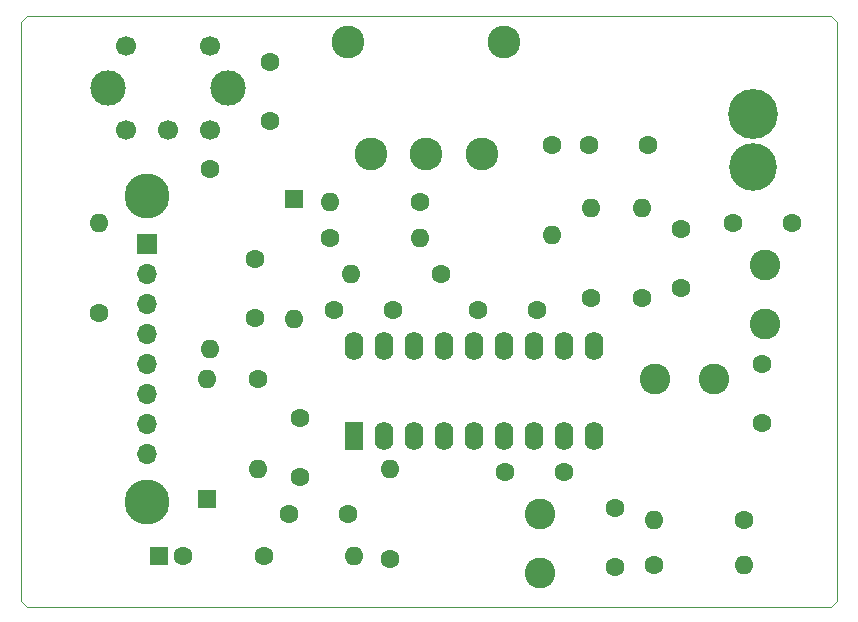
<source format=gbr>
%TF.GenerationSoftware,KiCad,Pcbnew,6.0.11-2627ca5db0~126~ubuntu22.04.1*%
%TF.CreationDate,2023-05-04T20:33:03-04:00*%
%TF.ProjectId,sub_rf_mod,7375625f-7266-45f6-9d6f-642e6b696361,rev?*%
%TF.SameCoordinates,Original*%
%TF.FileFunction,Copper,L1,Top*%
%TF.FilePolarity,Positive*%
%FSLAX46Y46*%
G04 Gerber Fmt 4.6, Leading zero omitted, Abs format (unit mm)*
G04 Created by KiCad (PCBNEW 6.0.11-2627ca5db0~126~ubuntu22.04.1) date 2023-05-04 20:33:03*
%MOMM*%
%LPD*%
G01*
G04 APERTURE LIST*
%TA.AperFunction,Profile*%
%ADD10C,0.100000*%
%TD*%
%TA.AperFunction,ComponentPad*%
%ADD11C,1.600000*%
%TD*%
%TA.AperFunction,ComponentPad*%
%ADD12O,1.600000X1.600000*%
%TD*%
%TA.AperFunction,ComponentPad*%
%ADD13R,1.600000X1.600000*%
%TD*%
%TA.AperFunction,ComponentPad*%
%ADD14C,2.600000*%
%TD*%
%TA.AperFunction,ComponentPad*%
%ADD15R,1.700000X1.700000*%
%TD*%
%TA.AperFunction,ComponentPad*%
%ADD16O,1.700000X1.700000*%
%TD*%
%TA.AperFunction,ComponentPad*%
%ADD17C,4.227000*%
%TD*%
%TA.AperFunction,ComponentPad*%
%ADD18C,4.039000*%
%TD*%
%TA.AperFunction,ComponentPad*%
%ADD19C,3.800000*%
%TD*%
%TA.AperFunction,ComponentPad*%
%ADD20C,2.775000*%
%TD*%
%TA.AperFunction,ComponentPad*%
%ADD21R,1.600000X2.400000*%
%TD*%
%TA.AperFunction,ComponentPad*%
%ADD22O,1.600000X2.400000*%
%TD*%
%TA.AperFunction,ComponentPad*%
%ADD23C,1.700000*%
%TD*%
%TA.AperFunction,ComponentPad*%
%ADD24C,3.000000*%
%TD*%
G04 APERTURE END LIST*
D10*
X103886000Y-53340000D02*
X171958000Y-53340000D01*
X103886000Y-53340000D02*
X103378000Y-53848000D01*
X172466000Y-102870000D02*
X172466000Y-53848000D01*
X171958000Y-53340000D02*
X172466000Y-53848000D01*
X103378000Y-102870000D02*
X103886000Y-103378000D01*
X103378000Y-102870000D02*
X103378000Y-53848000D01*
X171958000Y-103378000D02*
X172466000Y-102870000D01*
X103886000Y-103378000D02*
X171958000Y-103378000D01*
D11*
%TO.P,RF_JP1,1,A*%
%TO.N,N/C*%
X119380000Y-66294000D03*
D12*
%TO.P,RF_JP1,2,B*%
X119380000Y-81534000D03*
%TD*%
D11*
%TO.P,RF_C6,1*%
%TO.N,N/C*%
X153670000Y-95036000D03*
%TO.P,RF_C6,2*%
X153670000Y-100036000D03*
%TD*%
%TO.P,RF_C5,1*%
%TO.N,N/C*%
X129834000Y-78232000D03*
%TO.P,RF_C5,2*%
X134834000Y-78232000D03*
%TD*%
%TO.P,RF_R11,1*%
%TO.N,N/C*%
X129540000Y-72136000D03*
D12*
%TO.P,RF_R11,2*%
X137160000Y-72136000D03*
%TD*%
D11*
%TO.P,RF_C12,1*%
%TO.N,N/C*%
X149312000Y-91948000D03*
%TO.P,RF_C12,2*%
X144312000Y-91948000D03*
%TD*%
%TO.P,RF_R6,1*%
%TO.N,N/C*%
X156972000Y-99822000D03*
D12*
%TO.P,RF_R6,2*%
X164592000Y-99822000D03*
%TD*%
D11*
%TO.P,RF_C2,1*%
%TO.N,N/C*%
X123190000Y-73954000D03*
%TO.P,RF_C2,2*%
X123190000Y-78954000D03*
%TD*%
D13*
%TO.P,RF_C13,1*%
%TO.N,N/C*%
X115093328Y-99060000D03*
D11*
%TO.P,RF_C13,2*%
X117093328Y-99060000D03*
%TD*%
%TO.P,RF_R3,1*%
%TO.N,N/C*%
X123952000Y-99060000D03*
D12*
%TO.P,RF_R3,2*%
X131572000Y-99060000D03*
%TD*%
D14*
%TO.P,RF_L3,1,1*%
%TO.N,N/C*%
X147320000Y-95504000D03*
%TO.P,RF_L3,2,2*%
X147320000Y-100504000D03*
%TD*%
D11*
%TO.P,RF_C11,1*%
%TO.N,N/C*%
X163616000Y-70866000D03*
%TO.P,RF_C11,2*%
X168616000Y-70866000D03*
%TD*%
D13*
%TO.P,RF_D1,1,K*%
%TO.N,N/C*%
X119126000Y-94234000D03*
D12*
%TO.P,RF_D1,2,A*%
X119126000Y-84074000D03*
%TD*%
D13*
%TO.P,RF_D2,1,K*%
%TO.N,N/C*%
X126492000Y-68834000D03*
D12*
%TO.P,RF_D2,2,A*%
X126492000Y-78994000D03*
%TD*%
D11*
%TO.P,RF_C4,1*%
%TO.N,N/C*%
X131024000Y-95504000D03*
%TO.P,RF_C4,2*%
X126024000Y-95504000D03*
%TD*%
%TO.P,RF_R5,1*%
%TO.N,N/C*%
X164592000Y-96012000D03*
D12*
%TO.P,RF_R5,2*%
X156972000Y-96012000D03*
%TD*%
D15*
%TO.P,J4B1,1,Pin_1*%
%TO.N,N/C*%
X114046000Y-72644000D03*
D16*
%TO.P,J4B1,2,Pin_2*%
X114046000Y-75184000D03*
%TO.P,J4B1,3,Pin_3*%
X114046000Y-77724000D03*
%TO.P,J4B1,4,Pin_4*%
X114046000Y-80264000D03*
%TO.P,J4B1,5,Pin_5*%
X114046000Y-82804000D03*
%TO.P,J4B1,6,Pin_6*%
X114046000Y-85344000D03*
%TO.P,J4B1,7,Pin_7*%
X114046000Y-87884000D03*
%TO.P,J4B1,8,Pin_8*%
X114046000Y-90424000D03*
%TD*%
D11*
%TO.P,RF_R7,1*%
%TO.N,N/C*%
X155956000Y-77216000D03*
D12*
%TO.P,RF_R7,2*%
X155956000Y-69596000D03*
%TD*%
D11*
%TO.P,RF_R8,1*%
%TO.N,N/C*%
X151638000Y-77216000D03*
D12*
%TO.P,RF_R8,2*%
X151638000Y-69596000D03*
%TD*%
D17*
%TO.P,RF_J1,S*%
%TO.N,N/C*%
X165354000Y-61656500D03*
D18*
%TO.P,RF_J1,T*%
X165354000Y-66156500D03*
%TD*%
D11*
%TO.P,RF_C8,1*%
%TO.N,N/C*%
X151424000Y-64262000D03*
%TO.P,RF_C8,2*%
X156424000Y-64262000D03*
%TD*%
%TO.P,RF_C9,1*%
%TO.N,N/C*%
X159258000Y-76414000D03*
%TO.P,RF_C9,2*%
X159258000Y-71414000D03*
%TD*%
D19*
%TO.P,H16,1,1*%
%TO.N,N/C*%
X114046000Y-94488000D03*
%TD*%
D11*
%TO.P,RF_R4,1*%
%TO.N,N/C*%
X134620000Y-99314000D03*
D12*
%TO.P,RF_R4,2*%
X134620000Y-91694000D03*
%TD*%
D11*
%TO.P,RF_R1,1*%
%TO.N,N/C*%
X109982000Y-78486000D03*
D12*
%TO.P,RF_R1,2*%
X109982000Y-70866000D03*
%TD*%
D11*
%TO.P,RF_R9,1*%
%TO.N,N/C*%
X148336000Y-64262000D03*
D12*
%TO.P,RF_R9,2*%
X148336000Y-71882000D03*
%TD*%
D20*
%TO.P,RF_SW1,1,A*%
%TO.N,N/C*%
X142368500Y-65097000D03*
%TO.P,RF_SW1,2,B*%
X137668500Y-65097000D03*
%TO.P,RF_SW1,3,C*%
X132968500Y-65097000D03*
%TO.P,RF_SW1,4*%
X131063500Y-55567000D03*
X144273500Y-55567000D03*
%TD*%
D11*
%TO.P,RF_R10,1*%
%TO.N,N/C*%
X137160000Y-69088000D03*
D12*
%TO.P,RF_R10,2*%
X129540000Y-69088000D03*
%TD*%
D14*
%TO.P,RF_L1,1,1*%
%TO.N,N/C*%
X166370000Y-79462000D03*
%TO.P,RF_L1,2,2*%
X166370000Y-74462000D03*
%TD*%
D11*
%TO.P,RF_C3,1*%
%TO.N,N/C*%
X127000000Y-87416000D03*
%TO.P,RF_C3,2*%
X127000000Y-92416000D03*
%TD*%
%TO.P,RF_R12,1*%
%TO.N,N/C*%
X138938000Y-75184000D03*
D12*
%TO.P,RF_R12,2*%
X131318000Y-75184000D03*
%TD*%
D14*
%TO.P,RF_L2,1,1*%
%TO.N,N/C*%
X157012000Y-84074000D03*
%TO.P,RF_L2,2,2*%
X162012000Y-84074000D03*
%TD*%
D11*
%TO.P,RF_C10,1*%
%TO.N,N/C*%
X166116000Y-87844000D03*
%TO.P,RF_C10,2*%
X166116000Y-82844000D03*
%TD*%
%TO.P,RF_C1,1*%
%TO.N,N/C*%
X124460000Y-62230000D03*
%TO.P,RF_C1,2*%
X124460000Y-57230000D03*
%TD*%
%TO.P,RF_R2,1*%
%TO.N,N/C*%
X123444000Y-84074000D03*
D12*
%TO.P,RF_R2,2*%
X123444000Y-91694000D03*
%TD*%
D21*
%TO.P,RF_U1,1,CHROMA_LEAD*%
%TO.N,N/C*%
X131572000Y-88915000D03*
D22*
%TO.P,RF_U1,2,R-Y*%
X134112000Y-88915000D03*
%TO.P,RF_U1,3,CHROMA_BIAS*%
X136652000Y-88915000D03*
%TO.P,RF_U1,4,B-Y*%
X139192000Y-88915000D03*
%TO.P,RF_U1,5,GND*%
X141732000Y-88915000D03*
%TO.P,RF_U1,6,CHB_TANK1*%
X144272000Y-88915000D03*
%TO.P,RF_U1,7,CHB_TANK2*%
X146812000Y-88915000D03*
%TO.P,RF_U1,8,CHA_TANK1*%
X149352000Y-88915000D03*
%TO.P,RF_U1,9,CHA_TANK2*%
X151892000Y-88915000D03*
%TO.P,RF_U1,10,CHB_OUTPUT*%
X151892000Y-81295000D03*
%TO.P,RF_U1,11,CHA_OUTPUT*%
X149352000Y-81295000D03*
%TO.P,RF_U1,12,VIDEO_IN*%
X146812000Y-81295000D03*
%TO.P,RF_U1,13,CHROMA_SUBCAR*%
X144272000Y-81295000D03*
%TO.P,RF_U1,14,RF_SUPPLY*%
X141732000Y-81295000D03*
%TO.P,RF_U1,15,SOUND_TANK*%
X139192000Y-81295000D03*
%TO.P,RF_U1,16,CHROMA_SUPPLY*%
X136652000Y-81295000D03*
%TO.P,RF_U1,17,CHROMA_OSC*%
X134112000Y-81295000D03*
%TO.P,RF_U1,18,CHROMA_LAG*%
X131572000Y-81295000D03*
%TD*%
D11*
%TO.P,RF_C7,1*%
%TO.N,N/C*%
X142026000Y-78232000D03*
%TO.P,RF_C7,2*%
X147026000Y-78232000D03*
%TD*%
D19*
%TO.P,H17,1,1*%
%TO.N,N/C*%
X114046000Y-68580000D03*
%TD*%
D23*
%TO.P,RF_VL1,1,1*%
%TO.N,N/C*%
X112268000Y-62992000D03*
%TO.P,RF_VL1,2,2*%
X115824000Y-62992000D03*
%TO.P,RF_VL1,3,3*%
X119380000Y-62992000D03*
%TO.P,RF_VL1,4,4*%
X119380000Y-55880000D03*
%TO.P,RF_VL1,6,6*%
X112268000Y-55880000D03*
D24*
%TO.P,RF_VL1,S,S*%
X110744000Y-59436000D03*
X120904000Y-59436000D03*
%TD*%
M02*

</source>
